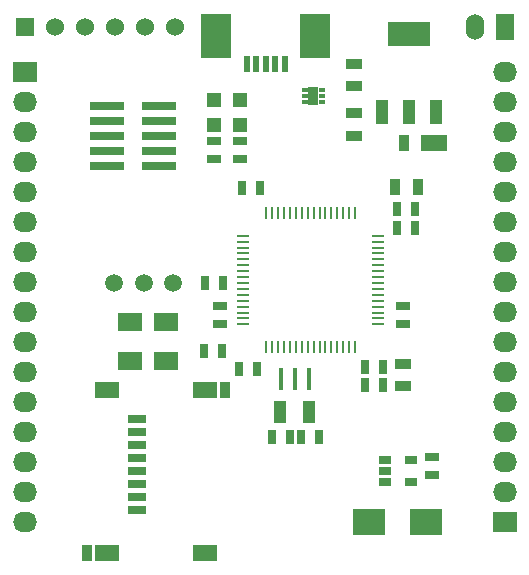
<source format=gbr>
G04 #@! TF.FileFunction,Soldermask,Top*
%FSLAX46Y46*%
G04 Gerber Fmt 4.6, Leading zero omitted, Abs format (unit mm)*
G04 Created by KiCad (PCBNEW 0.201510170916+6271~30~ubuntu15.04.1-product) date Mon 02 Nov 2015 12:23:47 AM PST*
%MOMM*%
G01*
G04 APERTURE LIST*
%ADD10C,0.100000*%
%ADD11R,1.498600X0.797560*%
%ADD12R,0.899160X1.447800*%
%ADD13R,2.070000X1.470000*%
%ADD14R,0.500000X1.400000*%
%ADD15R,2.500000X3.800000*%
%ADD16R,2.800000X2.200000*%
%ADD17R,0.250000X1.000000*%
%ADD18R,1.000000X0.250000*%
%ADD19R,1.143000X0.635000*%
%ADD20R,0.889000X1.397000*%
%ADD21R,0.635000X1.143000*%
%ADD22R,1.397000X0.889000*%
%ADD23R,2.032000X1.524000*%
%ADD24R,1.198880X1.198880*%
%ADD25R,0.900000X1.400000*%
%ADD26R,2.200000X1.400000*%
%ADD27C,1.506220*%
%ADD28R,2.032000X1.727200*%
%ADD29O,2.032000X1.727200*%
%ADD30R,1.524000X1.524000*%
%ADD31C,1.524000*%
%ADD32R,3.657600X2.032000*%
%ADD33R,1.016000X2.032000*%
%ADD34R,0.400000X1.900000*%
%ADD35R,1.100000X1.900000*%
%ADD36R,1.060000X0.650000*%
%ADD37R,1.524000X2.199640*%
%ADD38O,1.524000X2.199640*%
%ADD39R,2.950000X0.700000*%
%ADD40R,0.600000X0.450000*%
%ADD41R,0.850000X1.500000*%
G04 APERTURE END LIST*
D10*
D11*
X114223560Y-94300660D03*
X114223560Y-93200840D03*
X114223560Y-92101020D03*
X114223560Y-91001200D03*
X114223560Y-89901380D03*
X114223560Y-88801560D03*
X114223560Y-87701740D03*
X114223560Y-86601920D03*
D12*
X109925880Y-97874440D03*
X121625120Y-84127960D03*
D13*
X119923400Y-84126200D03*
X111623400Y-84126200D03*
X111623400Y-97876200D03*
X119923400Y-97876200D03*
D14*
X125100000Y-56500000D03*
X124300000Y-56500000D03*
X123500000Y-56500000D03*
X125900000Y-56500000D03*
X126700000Y-56500000D03*
D15*
X120900000Y-54100000D03*
X129300000Y-54100000D03*
D16*
X138632900Y-95262700D03*
X133832900Y-95262700D03*
D17*
X125150000Y-80500000D03*
X125650000Y-80500000D03*
X126150000Y-80500000D03*
X126650000Y-80500000D03*
X127150000Y-80500000D03*
X127650000Y-80500000D03*
X128150000Y-80500000D03*
X128650000Y-80500000D03*
X129150000Y-80500000D03*
X129650000Y-80500000D03*
X130150000Y-80500000D03*
X130650000Y-80500000D03*
X131150000Y-80500000D03*
X131650000Y-80500000D03*
X132150000Y-80500000D03*
X132650000Y-80500000D03*
D18*
X134600000Y-78550000D03*
X134600000Y-78050000D03*
X134600000Y-77550000D03*
X134600000Y-77050000D03*
X134600000Y-76550000D03*
X134600000Y-76050000D03*
X134600000Y-75550000D03*
X134600000Y-75050000D03*
X134600000Y-74550000D03*
X134600000Y-74050000D03*
X134600000Y-73550000D03*
X134600000Y-73050000D03*
X134600000Y-72550000D03*
X134600000Y-72050000D03*
X134600000Y-71550000D03*
X134600000Y-71050000D03*
D17*
X132650000Y-69100000D03*
X132150000Y-69100000D03*
X131650000Y-69100000D03*
X131150000Y-69100000D03*
X130650000Y-69100000D03*
X130150000Y-69100000D03*
X129650000Y-69100000D03*
X129150000Y-69100000D03*
X128650000Y-69100000D03*
X128150000Y-69100000D03*
X127650000Y-69100000D03*
X127150000Y-69100000D03*
X126650000Y-69100000D03*
X126150000Y-69100000D03*
X125650000Y-69100000D03*
X125150000Y-69100000D03*
D18*
X123200000Y-71050000D03*
X123200000Y-71550000D03*
X123200000Y-72050000D03*
X123200000Y-72550000D03*
X123200000Y-73050000D03*
X123200000Y-73550000D03*
X123200000Y-74050000D03*
X123200000Y-74550000D03*
X123200000Y-75050000D03*
X123200000Y-75550000D03*
X123200000Y-76050000D03*
X123200000Y-76550000D03*
X123200000Y-77050000D03*
X123200000Y-77550000D03*
X123200000Y-78050000D03*
X123200000Y-78550000D03*
D19*
X139173400Y-89789200D03*
X139173400Y-91313200D03*
D20*
X136047500Y-66900000D03*
X137952500Y-66900000D03*
D21*
X136176000Y-70400000D03*
X137700000Y-70400000D03*
X135062000Y-83700000D03*
X133538000Y-83700000D03*
D19*
X136700000Y-77038000D03*
X136700000Y-78562000D03*
D21*
X124362000Y-82300000D03*
X122838000Y-82300000D03*
D19*
X121200000Y-78562000D03*
X121200000Y-77038000D03*
D21*
X124600000Y-67000000D03*
X123076000Y-67000000D03*
X135062000Y-82200000D03*
X133538000Y-82200000D03*
D22*
X132540000Y-56495000D03*
X132540000Y-58400000D03*
X132540000Y-62600000D03*
X132540000Y-60695000D03*
D23*
X113640000Y-81652000D03*
X113640000Y-78350000D03*
X116640000Y-81650000D03*
X116640000Y-78348000D03*
D21*
X125588000Y-88050000D03*
X127112000Y-88050000D03*
X136176000Y-68800000D03*
X137700000Y-68800000D03*
X129612000Y-88050000D03*
X128088000Y-88050000D03*
D24*
X120673400Y-59577180D03*
X120673400Y-61675220D03*
D25*
X136790000Y-63200000D03*
D26*
X139340000Y-63200000D03*
D24*
X122900000Y-59550980D03*
X122900000Y-61649020D03*
D27*
X114748400Y-75076200D03*
X112208400Y-75076200D03*
X117248400Y-75076200D03*
D22*
X136700000Y-81895000D03*
X136700000Y-83800000D03*
D28*
X145320000Y-95320000D03*
D29*
X145320000Y-92780000D03*
X145320000Y-90240000D03*
X145320000Y-87700000D03*
X145320000Y-85160000D03*
X145320000Y-82620000D03*
X145320000Y-80080000D03*
X145320000Y-77540000D03*
X145320000Y-75000000D03*
X145320000Y-72460000D03*
X145320000Y-69920000D03*
X145320000Y-67380000D03*
X145320000Y-64840000D03*
X145320000Y-62300000D03*
X145320000Y-59760000D03*
X145320000Y-57220000D03*
D28*
X104680000Y-57220000D03*
D29*
X104680000Y-59760000D03*
X104680000Y-62300000D03*
X104680000Y-64840000D03*
X104680000Y-67380000D03*
X104680000Y-69920000D03*
X104680000Y-72460000D03*
X104680000Y-75000000D03*
X104680000Y-77540000D03*
X104680000Y-80080000D03*
X104680000Y-82620000D03*
X104680000Y-85160000D03*
X104680000Y-87700000D03*
X104680000Y-90240000D03*
X104680000Y-92780000D03*
X104680000Y-95320000D03*
D30*
X104673400Y-53416200D03*
D31*
X107213400Y-53416200D03*
X109753400Y-53416200D03*
X112293400Y-53416200D03*
X114833400Y-53416200D03*
X117373400Y-53416200D03*
D21*
X119913400Y-75069700D03*
X121437400Y-75069700D03*
D19*
X122900000Y-63038000D03*
X122900000Y-64562000D03*
D32*
X137248251Y-53937455D03*
D33*
X137248251Y-60541455D03*
X139534251Y-60541455D03*
X134962251Y-60541455D03*
D34*
X126350000Y-83150000D03*
X127550000Y-83150000D03*
X128750000Y-83150000D03*
D35*
X126300000Y-85950000D03*
X128800000Y-85950000D03*
D21*
X119878000Y-80800000D03*
X121402000Y-80800000D03*
D36*
X135198400Y-90001200D03*
X135198400Y-90951200D03*
X135198400Y-91901200D03*
X137398400Y-91901200D03*
X137398400Y-90001200D03*
D19*
X120673400Y-63064200D03*
X120673400Y-64588200D03*
D37*
X145313400Y-53416200D03*
D38*
X142773400Y-53416200D03*
D39*
X111623400Y-65166200D03*
X111623400Y-63896200D03*
X111623400Y-62626200D03*
X111623400Y-61356200D03*
X111623400Y-60086200D03*
X116073400Y-65166200D03*
X116073400Y-63896200D03*
X116073400Y-62626200D03*
X116073400Y-61356200D03*
X116073400Y-60086200D03*
D40*
X128390000Y-58700000D03*
X128390000Y-59200000D03*
X128390000Y-59700000D03*
X129840000Y-58700000D03*
X129840000Y-59200000D03*
X129840000Y-59700000D03*
D41*
X129115000Y-59200000D03*
M02*

</source>
